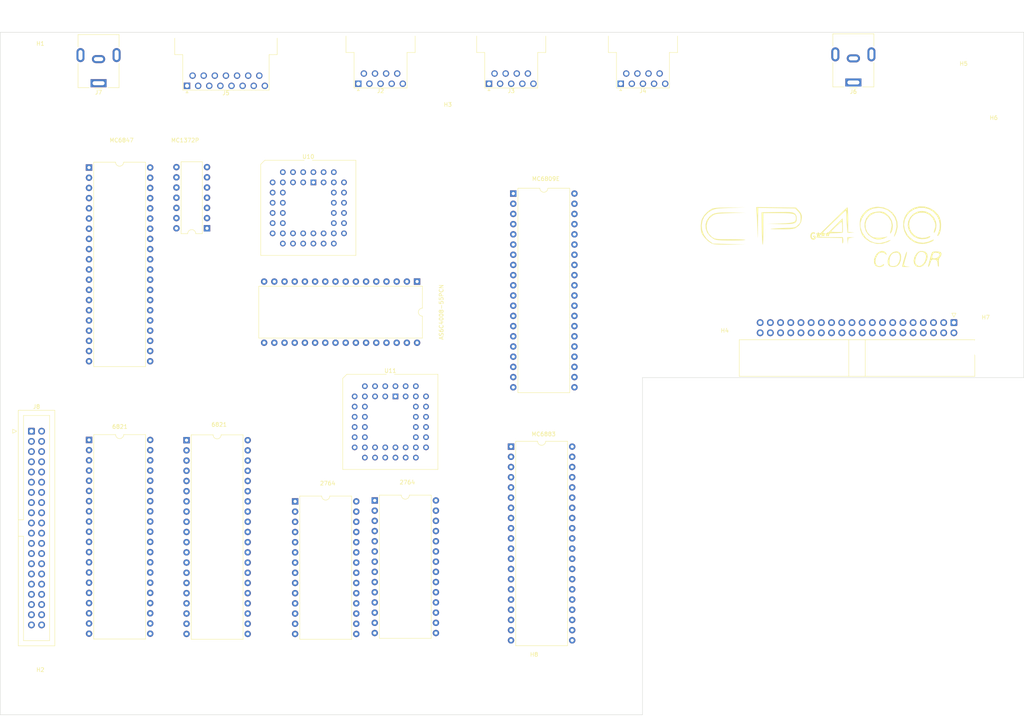
<source format=kicad_pcb>
(kicad_pcb (version 20211014) (generator pcbnew)
  (layers (0 "F.Cu" signal) (31 "B.Cu" signal) (34 "B.Paste" user) (35 "F.Paste" user) (36 "B.SilkS" user "B.Silkscreen") (37 "F.SilkS" user "F.Silkscreen") (38 "B.Mask" user) (39 "F.Mask" user) (44 "Edge.Cuts" user))
  (net 0 "")
  (net 1 "/D0")
  (net 2 "/D1")
  (net 3 "/D2")
  (net 4 "/D3")
  (net 16 "/D4")
  (net 17 "/D5")
  (net 18 "/D6")
  (net 19 "/D7")
  (net 20 "GND")
  (net 21 "/A0")
  (net 22 "/A1")
  (net 23 "/A2")
  (net 24 "/A3")
  (net 28 "/A4")
  (net 29 "/A5")
  (net 30 "/A6")
  (net 31 "/A7")
  (net 32 "/A8")
  (net 33 "/A9")
  (net 34 "/A10")
  (net 35 "/A11")
  (net 36 "/A12")
  (net 37 "/A13")
  (net 38 "/A14")
  (net 39 "/A15")
  (net 40 "+5V")
  (net 41 "NMI")
  (net 42 "IRQ")
  (net 43 "FIRQ")
  (net 44 "BS")
  (net 45 "R{slash}W")
  (net 46 "BA")
  (net 47 "BUSY")
  (net 48 "E")
  (net 50 "/A18")
  (net 51 "/A16")
  (net 57 "Q")
  (net 58 "/PA0")
  (net 59 "/PA1")
  (net 60 "/PA2")
  (net 63 "AVMA")
  (net 69 "/PA3")
  (net 73 "RESET")
  (net 80 "LIC")
  (net 84 "TSC")
  (net 85 "HALT")
  (net 103 "/A17")
  (net 120 "/PA4")
  (net 121 "/PA5")
  (net 122 "/PA6")
  (net 123 "/PA7")
  (net 124 "/PB0")
  (net 125 "/PB1")
  (net 126 "/PB2")
  (net 127 "/PB3")
  (net 128 "/PB4")
  (net 129 "/PB5")
  (net 130 "/PB6")
  (net 131 "/PB7")
  (net 166 "-12V")
  (net 167 "+12V")
  (net 168 "CART")
  (net 169 "CTS")
  (net 170 "SND")
  (net 171 "SCS")
  (net 172 "SLENB")
  (footprint "Connector_IDC:IDC-Header_2x20_P2.54mm_Vertical" (layer "F.Cu") (at 57.582866 150.158383)
    (fp_text reference "J8" (at 1.27 -6.1) (layer "F.SilkS"))
    (fp_text value "Conn_02x22_Odd_Even")
    (pad "1" thru_hole roundrect (at 0 0) (size 1.7 1.7) (drill 1) (layers *.Cu *.Mask) (roundrect_rratio 0.147059))
    (pad "2" thru_hole circle (at 2.54 0) (size 1.7 1.7) (drill 1) (layers *.Cu *.Mask))
    (pad "3" thru_hole circle (at 0 2.54) (size 1.7 1.7) (drill 1) (layers *.Cu *.Mask))
    (pad "4" thru_hole circle (at 2.54 2.54) (size 1.7 1.7) (drill 1) (layers *.Cu *.Mask))
    (pad "5" thru_hole circle (at 0 5.08) (size 1.7 1.7) (drill 1) (layers *.Cu *.Mask))
    (pad "6" thru_hole circle (at 2.54 5.08) (size 1.7 1.7) (drill 1) (layers *.Cu *.Mask))
    (pad "7" thru_hole circle (at 0 7.62) (size 1.7 1.7) (drill 1) (layers *.Cu *.Mask))
    (pad "8" thru_hole circle (at 2.54 7.62) (size 1.7 1.7) (drill 1) (layers *.Cu *.Mask))
    (pad "9" thru_hole circle (at 0 10.16) (size 1.7 1.7) (drill 1) (layers *.Cu *.Mask))
    (pad "10" thru_hole circle (at 2.54 10.16) (size 1.7 1.7) (drill 1) (layers *.Cu *.Mask))
    (pad "11" thru_hole circle (at 0 12.7) (size 1.7 1.7) (drill 1) (layers *.Cu *.Mask))
    (pad "12" thru_hole circle (at 2.54 12.7) (size 1.7 1.7) (drill 1) (layers *.Cu *.Mask))
    (pad "13" thru_hole circle (at 0 15.24) (size 1.7 1.7) (drill 1) (layers *.Cu *.Mask))
    (pad "14" thru_hole circle (at 2.54 15.24) (size 1.7 1.7) (drill 1) (layers *.Cu *.Mask))
    (pad "15" thru_hole circle (at 0 17.78) (size 1.7 1.7) (drill 1) (layers *.Cu *.Mask))
    (pad "16" thru_hole circle (at 2.54 17.78) (size 1.7 1.7) (drill 1) (layers *.Cu *.Mask))
    (pad "17" thru_hole circle (at 0 20.32) (size 1.7 1.7) (drill 1) (layers *.Cu *.Mask))
    (pad "18" thru_hole circle (at 2.54 20.32) (size 1.7 1.7) (drill 1) (layers *.Cu *.Mask))
    (pad "19" thru_hole circle (at 0 22.86) (size 1.7 1.7) (drill 1) (layers *.Cu *.Mask))
    (pad "20" thru_hole circle (at 2.54 22.86) (size 1.7 1.7) (drill 1) (layers *.Cu *.Mask))
    (pad "21" thru_hole circle (at 0 25.4) (size 1.7 1.7) (drill 1) (layers *.Cu *.Mask))
    (pad "22" thru_hole circle (at 2.54 25.4) (size 1.7 1.7) (drill 1) (layers *.Cu *.Mask))
    (pad "23" thru_hole circle (at 0 27.94) (size 1.7 1.7) (drill 1) (layers *.Cu *.Mask))
    (pad "24" thru_hole circle (at 2.54 27.94) (size 1.7 1.7) (drill 1) (layers *.Cu *.Mask))
    (pad "25" thru_hole circle (at 0 30.48) (size 1.7 1.7) (drill 1) (layers *.Cu *.Mask))
    (pad "26" thru_hole circle (at 2.54 30.48) (size 1.7 1.7) (drill 1) (layers *.Cu *.Mask))
    (pad "27" thru_hole circle (at 0 33.02) (size 1.7 1.7) (drill 1) (layers *.Cu *.Mask))
    (pad "28" thru_hole circle (at 2.54 33.02) (size 1.7 1.7) (drill 1) (layers *.Cu *.Mask))
    (pad "29" thru_hole circle (at 0 35.56) (size 1.7 1.7) (drill 1) (layers *.Cu *.Mask))
    (pad "30" thru_hole circle (at 2.54 35.56) (size 1.7 1.7) (drill 1) (layers *.Cu *.Mask))
    (pad "31" thru_hole circle (at 0 38.1) (size 1.7 1.7) (drill 1) (layers *.Cu *.Mask))
    (pad "32" thru_hole circle (at 2.54 38.1) (size 1.7 1.7) (drill 1) (layers *.Cu *.Mask))
    (pad "33" thru_hole circle (at 0 40.64) (size 1.7 1.7) (drill 1) (layers *.Cu *.Mask))
    (pad "34" thru_hole circle (at 2.54 40.64) (size 1.7 1.7) (drill 1) (layers *.Cu *.Mask))
    (pad "35" thru_hole circle (at 0 43.18) (size 1.7 1.7) (drill 1) (layers *.Cu *.Mask))
    (pad "36" thru_hole circle (at 2.54 43.18) (size 1.7 1.7) (drill 1) (layers *.Cu *.Mask))
    (pad "37" thru_hole circle (at 0 45.72) (size 1.7 1.7) (drill 1) (layers *.Cu *.Mask))
    (pad "38" thru_hole circle (at 2.54 45.72) (size 1.7 1.7) (drill 1) (layers *.Cu *.Mask))
    (pad "39" thru_hole circle (at 0 48.26) (size 1.7 1.7) (drill 1) (layers *.Cu *.Mask))
    (pad "40" thru_hole circle (at 2.54 48.26) (size 1.7 1.7) (drill 1) (layers *.Cu *.Mask))
  )
  (footprint "MountingHole:MountingHole_6.5mm" (layer "F.Cu") (at 182.8 213.3)
    (fp_text reference "H8" (at 0 -7.5) (layer "F.SilkS"))
    (fp_text value "MountingHole")
    (pad "" np_thru_hole circle (at 0 0) (size 6.5 6.5) (drill 6.5) (layers *.Cu *.Mask))
  )
  (footprint "Connector_BarrelJack:BarrelJack_CUI_PJ-063AH_Horizontal" (layer "F.Cu") (at 74.299528 63.466707 180)
    (fp_text reference "J7" (at 0 -2.3) (layer "F.SilkS"))
    (fp_text value "Conn_Coaxial")
    (pad "" np_thru_hole circle (at 0 9 180) (size 1.6 1.6) (drill 1.6) (layers *.Cu *.Mask))
    (pad "1" thru_hole rect (at 0 0 180) (size 4 2) (drill oval 3 1) (layers *.Cu *.Mask))
    (pad "2" thru_hole oval (at 0 6 180) (size 3.3 2) (drill oval 2.3 1) (layers *.Cu *.Mask))
    (pad "MP" thru_hole oval (at -4.5 7 180) (size 2 3.5) (drill oval 1 2.5) (layers *.Cu *.Mask))
    (pad "MP" thru_hole oval (at 4.5 7 180) (size 2 3.5) (drill oval 1 2.5) (layers *.Cu *.Mask))
  )
  (footprint "MountingHole:MountingHole_6.5mm" (layer "F.Cu") (at 295.3 129.3)
    (fp_text reference "H7" (at 0 -7.5) (layer "F.SilkS"))
    (fp_text value "MountingHole")
    (pad "" np_thru_hole circle (at 0 0) (size 6.5 6.5) (drill 6.5) (layers *.Cu *.Mask))
  )
  (footprint "Connector_BarrelJack:BarrelJack_CUI_PJ-063AH_Horizontal" (layer "F.Cu") (at 262.339534 63.283432 180)
    (fp_text reference "J6" (at 0 -2.3 180) (layer "F.SilkS"))
    (fp_text value "Conn_Coaxial")
    (pad "" np_thru_hole circle (at 0 9 180) (size 1.6 1.6) (drill 1.6) (layers *.Cu *.Mask))
    (pad "1" thru_hole rect (at 0 0 180) (size 4 2) (drill oval 3 1) (layers *.Cu *.Mask))
    (pad "2" thru_hole oval (at 0 6 180) (size 3.3 2) (drill oval 2.3 1) (layers *.Cu *.Mask))
    (pad "MP" thru_hole oval (at -4.5 7 180) (size 2 3.5) (drill oval 1 2.5) (layers *.Cu *.Mask))
    (pad "MP" thru_hole oval (at 4.5 7 180) (size 2 3.5) (drill oval 1 2.5) (layers *.Cu *.Mask))
  )
  (footprint "Package_DIP:DIP-28_W15.24mm" (layer "F.Cu") (at 143.100561 167.416304)
    (fp_text reference "U5" hide)
    (fp_text value "2764" (at 8.12 -4.523662) (layer "F.SilkS"))
    (pad "1" thru_hole rect (at 0 0) (size 1.6 1.6) (drill 0.8) (layers *.Cu *.Mask))
    (pad "2" thru_hole oval (at 0 2.54) (size 1.6 1.6) (drill 0.8) (layers *.Cu *.Mask) (net 36 "/A12"))
    (pad "3" thru_hole oval (at 0 5.08) (size 1.6 1.6) (drill 0.8) (layers *.Cu *.Mask) (net 31 "/A7"))
    (pad "4" thru_hole oval (at 0 7.62) (size 1.6 1.6) (drill 0.8) (layers *.Cu *.Mask) (net 30 "/A6"))
    (pad "5" thru_hole oval (at 0 10.16) (size 1.6 1.6) (drill 0.8) (layers *.Cu *.Mask) (net 29 "/A5"))
    (pad "6" thru_hole oval (at 0 12.7) (size 1.6 1.6) (drill 0.8) (layers *.Cu *.Mask) (net 28 "/A4"))
    (pad "7" thru_hole oval (at 0 15.24) (size 1.6 1.6) (drill 0.8) (layers *.Cu *.Mask) (net 24 "/A3"))
    (pad "8" thru_hole oval (at 0 17.78) (size 1.6 1.6) (drill 0.8) (layers *.Cu *.Mask) (net 23 "/A2"))
    (pad "9" thru_hole oval (at 0 20.32) (size 1.6 1.6) (drill 0.8) (layers *.Cu *.Mask) (net 22 "/A1"))
    (pad "10" thru_hole oval (at 0 22.86) (size 1.6 1.6) (drill 0.8) (layers *.Cu *.Mask) (net 21 "/A0"))
    (pad "11" thru_hole oval (at 0 25.4) (size 1.6 1.6) (drill 0.8) (layers *.Cu *.Mask) (net 1 "/D0"))
    (pad "12" thru_hole oval (at 0 27.94) (size 1.6 1.6) (drill 0.8) (layers *.Cu *.Mask) (net 2 "/D1"))
    (pad "13" thru_hole oval (at 0 30.48) (size 1.6 1.6) (drill 0.8) (layers *.Cu *.Mask) (net 3 "/D2"))
    (pad "14" thru_hole oval (at 0 33.02) (size 1.6 1.6) (drill 0.8) (layers *.Cu *.Mask))
    (pad "15" thru_hole oval (at 15.24 33.02) (size 1.6 1.6) (drill 0.8) (layers *.Cu *.Mask) (net 4 "/D3"))
    (pad "16" thru_hole oval (at 15.24 30.48) (size 1.6 1.6) (drill 0.8) (layers *.Cu *.Mask) (net 16 "/D4"))
    (pad "17" thru_hole oval (at 15.24 27.94) (size 1.6 1.6) (drill 0.8) (layers *.Cu *.Mask) (net 17 "/D5"))
    (pad "18" thru_hole oval (at 15.24 25.4) (size 1.6 1.6) (drill 0.8) (layers *.Cu *.Mask) (net 18 "/D6"))
    (pad "19" thru_hole oval (at 15.24 22.86) (size 1.6 1.6) (drill 0.8) (layers *.Cu *.Mask) (net 19 "/D7"))
    (pad "20" thru_hole oval (at 15.24 20.32) (size 1.6 1.6) (drill 0.8) (layers *.Cu *.Mask))
    (pad "21" thru_hole oval (at 15.24 17.78) (size 1.6 1.6) (drill 0.8) (layers *.Cu *.Mask) (net 34 "/A10"))
    (pad "22" thru_hole oval (at 15.24 15.24) (size 1.6 1.6) (drill 0.8) (layers *.Cu *.Mask))
    (pad "23" thru_hole oval (at 15.24 12.7) (size 1.6 1.6) (drill 0.8) (layers *.Cu *.Mask) (net 35 "/A11"))
    (pad "24" thru_hole oval (at 15.24 10.16) (size 1.6 1.6) (drill 0.8) (layers *.Cu *.Mask) (net 33 "/A9"))
    (pad "25" thru_hole oval (at 15.24 7.62) (size 1.6 1.6) (drill 0.8) (layers *.Cu *.Mask) (net 32 "/A8"))
    (pad "26" thru_hole oval (at 15.24 5.08) (size 1.6 1.6) (drill 0.8) (layers *.Cu *.Mask))
    (pad "27" thru_hole oval (at 15.24 2.54) (size 1.6 1.6) (drill 0.8) (layers *.Cu *.Mask))
    (pad "28" thru_hole oval (at 15.24 0) (size 1.6 1.6) (drill 0.8) (layers *.Cu *.Mask) (net 40 "+5V"))
  )
  (footprint "MountingHole:MountingHole_3.2mm_M3" (layer "F.Cu") (at 59.8 57.8)
    (fp_text reference "H1" (at 0 -4.2) (layer "F.SilkS"))
    (fp_text value "MountingHole")
    (pad "" np_thru_hole circle (at 0 0) (size 3.2 3.2) (drill 3.2) (layers *.Cu *.Mask))
  )
  (footprint "MountingHole:MountingHole_3.2mm_M3" (layer "F.Cu") (at 289.8 62.8)
    (fp_text reference "H5" (at 0 -4.2) (layer "F.SilkS"))
    (fp_text value "MountingHole")
    (pad "" np_thru_hole circle (at 0 0) (size 3.2 3.2) (drill 3.2) (layers *.Cu *.Mask))
  )
  (footprint "Package_DIP:DIP-32_W15.24mm" (layer "F.Cu") (at 153.648635 112.88074 -90)
    (fp_text reference "U3" hide)
    (fp_text value "AS6C4008-55PCN" (at 7.620077 -6.045682 90) (layer "F.SilkS"))
    (pad "1" thru_hole rect (at 0 0 270) (size 1.6 1.6) (drill 0.8) (layers *.Cu *.Mask) (net 50 "/A18"))
    (pad "2" thru_hole oval (at 0 2.54 270) (size 1.6 1.6) (drill 0.8) (layers *.Cu *.Mask) (net 51 "/A16"))
    (pad "3" thru_hole oval (at 0 5.08 270) (size 1.6 1.6) (drill 0.8) (layers *.Cu *.Mask) (net 38 "/A14"))
    (pad "4" thru_hole oval (at 0 7.62 270) (size 1.6 1.6) (drill 0.8) (layers *.Cu *.Mask) (net 36 "/A12"))
    (pad "5" thru_hole oval (at 0 10.16 270) (size 1.6 1.6) (drill 0.8) (layers *.Cu *.Mask) (net 31 "/A7"))
    (pad "6" thru_hole oval (at 0 12.7 270) (size 1.6 1.6) (drill 0.8) (layers *.Cu *.Mask) (net 30 "/A6"))
    (pad "7" thru_hole oval (at 0 15.24 270) (size 1.6 1.6) (drill 0.8) (layers *.Cu *.Mask) (net 29 "/A5"))
    (pad "8" thru_hole oval (at 0 17.78 270) (size 1.6 1.6) (drill 0.8) (layers *.Cu *.Mask) (net 28 "/A4"))
    (pad "9" thru_hole oval (at 0 20.32 270) (size 1.6 1.6) (drill 0.8) (layers *.Cu *.Mask) (net 24 "/A3"))
    (pad "10" thru_hole oval (at 0 22.86 270) (size 1.6 1.6) (drill 0.8) (layers *.Cu *.Mask) (net 23 "/A2"))
    (pad "11" thru_hole oval (at 0 25.4 270) (size 1.6 1.6) (drill 0.8) (layers *.Cu *.Mask) (net 22 "/A1"))
    (pad "12" thru_hole oval (at 0 27.94 270) (size 1.6 1.6) (drill 0.8) (layers *.Cu *.Mask) (net 21 "/A0"))
    (pad "13" thru_hole oval (at 0 30.48 270) (size 1.6 1.6) (drill 0.8) (layers *.Cu *.Mask) (net 1 "/D0"))
    (pad "14" thru_hole oval (at 0 33.02 270) (size 1.6 1.6) (drill 0.8) (layers *.Cu *.Mask) (net 2 "/D1"))
    (pad "15" thru_hole oval (at 0 35.56 270) (size 1.6 1.6) (drill 0.8) (layers *.Cu *.Mask) (net 3 "/D2"))
    (pad "16" thru_hole oval (at 0 38.1 270) (size 1.6 1.6) (drill 0.8) (layers *.Cu *.Mask) (net 20 "GND"))
    (pad "17" thru_hole oval (at 15.24 38.1 270) (size 1.6 1.6) (drill 0.8) (layers *.Cu *.Mask) (net 4 "/D3"))
    (pad "18" thru_hole oval (at 15.24 35.56 270) (size 1.6 1.6) (drill 0.8) (layers *.Cu *.Mask) (net 16 "/D4"))
    (pad "19" thru_hole oval (at 15.24 33.02 270) (size 1.6 1.6) (drill 0.8) (layers *.Cu *.Mask) (net 17 "/D5"))
    (pad "20" thru_hole oval (at 15.24 30.48 270) (size 1.6 1.6) (drill 0.8) (layers *.Cu *.Mask) (net 18 "/D6"))
    (pad "21" thru_hole oval (at 15.24 27.94 270) (size 1.6 1.6) (drill 0.8) (layers *.Cu *.Mask) (net 19 "/D7"))
    (pad "22" thru_hole oval (at 15.24 25.4 270) (size 1.6 1.6) (drill 0.8) (layers *.Cu *.Mask))
    (pad "23" thru_hole oval (at 15.24 22.86 270) (size 1.6 1.6) (drill 0.8) (layers *.Cu *.Mask) (net 34 "/A10"))
    (pad "24" thru_hole oval (at 15.24 20.32 270) (size 1.6 1.6) (drill 0.8) (layers *.Cu *.Mask))
    (pad "25" thru_hole oval (at 15.24 17.78 270) (size 1.6 1.6) (drill 0.8) (layers *.Cu *.Mask) (net 35 "/A11"))
    (pad "26" thru_hole oval (at 15.24 15.24 270) (size 1.6 1.6) (drill 0.8) (layers *.Cu *.Mask) (net 33 "/A9"))
    (pad "27" thru_hole oval (at 15.24 12.7 270) (size 1.6 1.6) (drill 0.8) (layers *.Cu *.Mask) (net 32 "/A8"))
    (pad "28" thru_hole oval (at 15.24 10.16 270) (size 1.6 1.6) (drill 0.8) (layers *.Cu *.Mask) (net 37 "/A13"))
    (pad "29" thru_hole oval (at 15.24 7.62 270) (size 1.6 1.6) (drill 0.8) (layers *.Cu *.Mask))
    (pad "30" thru_hole oval (at 15.24 5.08 270) (size 1.6 1.6) (drill 0.8) (layers *.Cu *.Mask) (net 103 "/A17"))
    (pad "31" thru_hole oval (at 15.24 2.54 270) (size 1.6 1.6) (drill 0.8) (layers *.Cu *.Mask) (net 39 "/A15"))
    (pad "32" thru_hole oval (at 15.24 0 270) (size 1.6 1.6) (drill 0.8) (layers *.Cu *.Mask) (net 40 "+5V"))
  )
  (footprint "Package_LCC:PLCC-44_THT-Socket" (layer "F.Cu") (at 127.825254 88.172037)
    (fp_text reference "U10" (at -1.27 -6.4) (layer "F.SilkS"))
    (fp_text value "EPM3064ALC44-10")
    (pad "1" thru_hole rect (at 0 0) (size 1.4224 1.4224) (drill 0.8) (layers *.Cu *.Mask))
    (pad "2" thru_hole circle (at -2.54 -2.54) (size 1.4224 1.4224) (drill 0.8) (layers *.Cu *.Mask))
    (pad "3" thru_hole circle (at -2.54 0) (size 1.4224 1.4224) (drill 0.8) (layers *.Cu *.Mask))
    (pad "4" thru_hole circle (at -5.08 -2.54) (size 1.4224 1.4224) (drill 0.8) (layers *.Cu *.Mask))
    (pad "5" thru_hole circle (at -5.08 0) (size 1.4224 1.4224) (drill 0.8) (layers *.Cu *.Mask))
    (pad "6" thru_hole circle (at -7.62 -2.54) (size 1.4224 1.4224) (drill 0.8) (layers *.Cu *.Mask))
    (pad "7" thru_hole circle (at -10.16 0) (size 1.4224 1.4224) (drill 0.8) (layers *.Cu *.Mask))
    (pad "8" thru_hole circle (at -7.62 0) (size 1.4224 1.4224) (drill 0.8) (layers *.Cu *.Mask))
    (pad "9" thru_hole circle (at -10.16 2.54) (size 1.4224 1.4224) (drill 0.8) (layers *.Cu *.Mask))
    (pad "10" thru_hole circle (at -7.62 2.54) (size 1.4224 1.4224) (drill 0.8) (layers *.Cu *.Mask))
    (pad "11" thru_hole circle (at -10.16 5.08) (size 1.4224 1.4224) (drill 0.8) (layers *.Cu *.Mask))
    (pad "12" thru_hole circle (at -7.62 5.08) (size 1.4224 1.4224) (drill 0.8) (layers *.Cu *.Mask))
    (pad "13" thru_hole circle (at -10.16 7.62) (size 1.4224 1.4224) (drill 0.8) (layers *.Cu *.Mask))
    (pad "14" thru_hole circle (at -7.62 7.62) (size 1.4224 1.4224) (drill 0.8) (layers *.Cu *.Mask))
    (pad "15" thru_hole circle (at -10.16 10.16) (size 1.4224 1.4224) (drill 0.8) (layers *.Cu *.Mask))
    (pad "16" thru_hole circle (at -7.62 10.16) (size 1.4224 1.4224) (drill 0.8) (layers *.Cu *.Mask))
    (pad "17" thru_hole circle (at -10.16 12.7) (size 1.4224 1.4224) (drill 0.8) (layers *.Cu *.Mask))
    (pad "18" thru_hole circle (at -7.62 15.24) (size 1.4224 1.4224) (drill 0.8) (layers *.Cu *.Mask))
    (pad "19" thru_hole circle (at -7.62 12.7) (size 1.4224 1.4224) (drill 0.8) (layers *.Cu *.Mask))
    (pad "20" thru_hole circle (at -5.08 15.24) (size 1.4224 1.4224) (drill 0.8) (layers *.Cu *.Mask))
    (pad "21" thru_hole circle (at -5.08 12.7) (size 1.4224 1.4224) (drill 0.8) (layers *.Cu *.Mask))
    (pad "22" thru_hole circle (at -2.54 15.24) (size 1.4224 1.4224) (drill 0.8) (layers *.Cu *.Mask))
    (pad "23" thru_hole circle (at -2.54 12.7) (size 1.4224 1.4224) (drill 0.8) (layers *.Cu *.Mask))
    (pad "24" thru_hole circle (at 0 15.24) (size 1.4224 1.4224) (drill 0.8) (layers *.Cu *.Mask))
    (pad "25" thru_hole circle (at 0 12.7) (size 1.4224 1.4224) (drill 0.8) (layers *.Cu *.Mask))
    (pad "26" thru_hole circle (at 2.54 15.24) (size 1.4224 1.4224) (drill 0.8) (layers *.Cu *.Mask))
    (pad "27" thru_hole circle (at 2.54 12.7) (size 1.4224 1.4224) (drill 0.8) (layers *.Cu *.Mask))
    (pad "28" thru_hole circle (at 5.08 15.24) (size 1.4224 1.4224) (drill 0.8) (layers *.Cu *.Mask))
    (pad "29" thru_hole circle (at 7.62 12.7) (size 1.4224 1.4224) (drill 0.8) (layers *.Cu *.Mask))
    (pad "30" thru_hole circle (at 5.08 12.7) (size 1.4224 1.4224) (drill 0.8) (layers *.Cu *.Mask))
    (pad "31" thru_hole circle (at 7.62 10.16) (size 1.4224 1.4224) (drill 0.8) (layers *.Cu *.Mask))
    (pad "32" thru_hole circle (at 5.08 10.16) (size 1.4224 1.4224) (drill 0.8) (layers *.Cu *.Mask))
    (pad "33" thru_hole circle (at 7.62 7.62) (size 1.4224 1.4224) (drill 0.8) (layers *.Cu *.Mask))
    (pad "34" thru_hole circle (at 5.08 7.62) (size 1.4224 1.4224) (drill 0.8) (layers *.Cu *.Mask))
    (pad "35" thru_hole circle (at 7.62 5.08) (size 1.4224 1.4224) (drill 0.8) (layers *.Cu *.Mask))
    (pad "36" thru_hole circle (at 5.08 5.08) (size 1.4224 1.4224) (drill 0.8) (layers *.Cu *.Mask))
    (pad "37" thru_hole circle (at 7.62 2.54) (size 1.4224 1.4224) (drill 0.8) (layers *.Cu *.Mask))
    (pad "38" thru_hole circle (at 5.08 2.54) (size 1.4224 1.4224) (drill 0.8) (layers *.Cu *.Mask))
    (pad "39" thru_hole circle (at 7.62 0) (size 1.4224 1.4224) (drill 0.8) (layers *.Cu *.Mask))
    (pad "40" thru_hole circle (at 5.08 -2.54) (size 1.4224 1.4224) (drill 0.8) (layers *.Cu *.Mask))
    (pad "41" thru_hole circle (at 5.08 0) (size 1.4224 1.4224) (drill 0.8) (layers *.Cu *.Mask))
    (pad "42" thru_hole circle (at 2.54 -2.54) (size 1.4224 1.4224) (drill 0.8) (layers *.Cu *.Mask))
    (pad "43" thru_hole circle (at 2.54 0) (size 1.4224 1.4224) (drill 0.8) (layers *.Cu *.Mask))
    (pad "44" thru_hole circle (at 0 -2.54) (size 1.4224 1.4224) (drill 0.8) (layers *.Cu *.Mask))
  )
  (footprint "Package_DIP:DIP-40_W15.24mm" (layer "F.Cu") (at 96.217014 152.4)
    (fp_text reference "U7" hide)
    (fp_text value "6821" (at 8.12 -3.879779) (layer "F.SilkS"))
    (pad "1" thru_hole rect (at 0 0) (size 1.6 1.6) (drill 0.8) (layers *.Cu *.Mask) (net 20 "GND"))
    (pad "2" thru_hole oval (at 0 2.54) (size 1.6 1.6) (drill 0.8) (layers *.Cu *.Mask) (net 58 "/PA0"))
    (pad "3" thru_hole oval (at 0 5.08) (size 1.6 1.6) (drill 0.8) (layers *.Cu *.Mask) (net 59 "/PA1"))
    (pad "4" thru_hole oval (at 0 7.62) (size 1.6 1.6) (drill 0.8) (layers *.Cu *.Mask) (net 60 "/PA2"))
    (pad "5" thru_hole oval (at 0 10.16) (size 1.6 1.6) (drill 0.8) (layers *.Cu *.Mask) (net 69 "/PA3"))
    (pad "6" thru_hole oval (at 0 12.7) (size 1.6 1.6) (drill 0.8) (layers *.Cu *.Mask) (net 120 "/PA4"))
    (pad "7" thru_hole oval (at 0 15.24) (size 1.6 1.6) (drill 0.8) (layers *.Cu *.Mask) (net 121 "/PA5"))
    (pad "8" thru_hole oval (at 0 17.78) (size 1.6 1.6) (drill 0.8) (layers *.Cu *.Mask) (net 122 "/PA6"))
    (pad "9" thru_hole oval (at 0 20.32) (size 1.6 1.6) (drill 0.8) (layers *.Cu *.Mask) (net 123 "/PA7"))
    (pad "10" thru_hole oval (at 0 22.86) (size 1.6 1.6) (drill 0.8) (layers *.Cu *.Mask) (net 124 "/PB0"))
    (pad "11" thru_hole oval (at 0 25.4) (size 1.6 1.6) (drill 0.8) (layers *.Cu *.Mask) (net 125 "/PB1"))
    (pad "12" thru_hole oval (at 0 27.94) (size 1.6 1.6) (drill 0.8) (layers *.Cu *.Mask) (net 126 "/PB2"))
    (pad "13" thru_hole oval (at 0 30.48) (size 1.6 1.6) (drill 0.8) (layers *.Cu *.Mask) (net 127 "/PB3"))
    (pad "14" thru_hole oval (at 0 33.02) (size 1.6 1.6) (drill 0.8) (layers *.Cu *.Mask) (net 128 "/PB4"))
    (pad "15" thru_hole oval (at 0 35.56) (size 1.6 1.6) (drill 0.8) (layers *.Cu *.Mask) (net 129 "/PB5"))
    (pad "16" thru_hole oval (at 0 38.1) (size 1.6 1.6) (drill 0.8) (layers *.Cu *.Mask) (net 130 "/PB6"))
    (pad "17" thru_hole oval (at 0 40.64) (size 1.6 1.6) (drill 0.8) (layers *.Cu *.Mask) (net 131 "/PB7"))
    (pad "18" thru_hole oval (at 0 43.18) (size 1.6 1.6) (drill 0.8) (layers *.Cu *.Mask))
    (pad "19" thru_hole oval (at 0 45.72) (size 1.6 1.6) (drill 0.8) (layers *.Cu *.Mask))
    (pad "20" thru_hole oval (at 0 48.26) (size 1.6 1.6) (drill 0.8) (layers *.Cu *.Mask) (net 40 "+5V"))
    (pad "21" thru_hole oval (at 15.24 48.26) (size 1.6 1.6) (drill 0.8) (layers *.Cu *.Mask))
    (pad "22" thru_hole oval (at 15.24 45.72) (size 1.6 1.6) (drill 0.8) (layers *.Cu *.Mask))
    (pad "23" thru_hole oval (at 15.24 43.18) (size 1.6 1.6) (drill 0.8) (layers *.Cu *.Mask))
    (pad "24" thru_hole oval (at 15.24 40.64) (size 1.6 1.6) (drill 0.8) (layers *.Cu *.Mask))
    (pad "25" thru_hole oval (at 15.24 38.1) (size 1.6 1.6) (drill 0.8) (layers *.Cu *.Mask))
    (pad "26" thru_hole oval (at 15.24 35.56) (size 1.6 1.6) (drill 0.8) (layers *.Cu *.Mask) (net 19 "/D7"))
    (pad "27" thru_hole oval (at 15.24 33.02) (size 1.6 1.6) (drill 0.8) (layers *.Cu *.Mask) (net 18 "/D6"))
    (pad "28" thru_hole oval (at 15.24 30.48) (size 1.6 1.6) (drill 0.8) (layers *.Cu *.Mask) (net 17 "/D5"))
    (pad "29" thru_hole oval (at 15.24 27.94) (size 1.6 1.6) (drill 0.8) (layers *.Cu *.Mask) (net 16 "/D4"))
    (pad "30" thru_hole oval (at 15.24 25.4) (size 1.6 1.6) (drill 0.8) (layers *.Cu *.Mask) (net 4 "/D3"))
    (pad "31" thru_hole oval (at 15.24 22.86) (size 1.6 1.6) (drill 0.8) (layers *.Cu *.Mask) (net 3 "/D2"))
    (pad "32" thru_hole oval (at 15.24 20.32) (size 1.6 1.6) (drill 0.8) (layers *.Cu *.Mask) (net 2 "/D1"))
    (pad "33" thru_hole oval (at 15.24 17.78) (size 1.6 1.6) (drill 0.8) (layers *.Cu *.Mask) (net 1 "/D0"))
    (pad "34" thru_hole oval (at 15.24 15.24) (size 1.6 1.6) (drill 0.8) (layers *.Cu *.Mask))
    (pad "35" thru_hole oval (at 15.24 12.7) (size 1.6 1.6) (drill 0.8) (layers *.Cu *.Mask))
    (pad "36" thru_hole oval (at 15.24 10.16) (size 1.6 1.6) (drill 0.8) (layers *.Cu *.Mask))
    (pad "37" thru_hole oval (at 15.24 7.62) (size 1.6 1.6) (drill 0.8) (layers *.Cu *.Mask))
    (pad "38" thru_hole oval (at 15.24 5.08) (size 1.6 1.6) (drill 0.8) (layers *.Cu *.Mask))
    (pad "39" thru_hole oval (at 15.24 2.54) (size 1.6 1.6) (drill 0.8) (layers *.Cu *.Mask))
    (pad "40" thru_hole oval (at 15.24 0) (size 1.6 1.6) (drill 0.8) (layers *.Cu *.Mask))
  )
  (footprint "Package_DIP:DIP-14_W7.62mm" (layer "F.Cu") (at 101.322333 99.613956 180)
    (fp_text reference "U6" hide)
    (fp_text value "MC1372P" (at 5.451192 21.927719) (layer "F.SilkS"))
    (pad "1" thru_hole rect (at 0 0 180) (size 1.6 1.6) (drill 0.8) (layers *.Cu *.Mask))
    (pad "2" thru_hole oval (at 0 2.54 180) (size 1.6 1.6) (drill 0.8) (layers *.Cu *.Mask))
    (pad "3" thru_hole oval (at 0 5.08 180) (size 1.6 1.6) (drill 0.8) (layers *.Cu *.Mask))
    (pad "4" thru_hole oval (at 0 7.62 180) (size 1.6 1.6) (drill 0.8) (layers *.Cu *.Mask) (net 20 "GND"))
    (pad "5" thru_hole oval (at 0 10.16 180) (size 1.6 1.6) (drill 0.8) (layers *.Cu *.Mask))
    (pad "6" thru_hole oval (at 0 12.7 180) (size 1.6 1.6) (drill 0.8) (layers *.Cu *.Mask))
    (pad "7" thru_hole oval (at 0 15.24 180) (size 1.6 1.6) (drill 0.8) (layers *.Cu *.Mask))
    (pad "8" thru_hole oval (at 7.62 15.24 180) (size 1.6 1.6) (drill 0.8) (layers *.Cu *.Mask))
    (pad "9" thru_hole oval (at 7.62 12.7 180) (size 1.6 1.6) (drill 0.8) (layers *.Cu *.Mask))
    (pad "10" thru_hole oval (at 7.62 10.16 180) (size 1.6 1.6) (drill 0.8) (layers *.Cu *.Mask))
    (pad "11" thru_hole oval (at 7.62 7.62 180) (size 1.6 1.6) (drill 0.8) (layers *.Cu *.Mask) (net 40 "+5V"))
    (pad "12" thru_hole oval (at 7.62 5.08 180) (size 1.6 1.6) (drill 0.8) (layers *.Cu *.Mask))
    (pad "13" thru_hole oval (at 7.62 2.54 180) (size 1.6 1.6) (drill 0.8) (layers *.Cu *.Mask))
    (pad "14" thru_hole oval (at 7.62 0 180) (size 1.6 1.6) (drill 0.8) (layers *.Cu *.Mask))
  )
  (footprint "Package_DIP:DIP-40_W15.24mm" (layer "F.Cu") (at 177.61422 90.958733)
    (fp_text reference "U2" hide)
    (fp_text value "MC6809E" (at 8.12 -3.67558) (layer "F.SilkS"))
    (pad "1" thru_hole rect (at 0 0) (size 1.6 1.6) (drill 0.8) (layers *.Cu *.Mask) (net 20 "GND"))
    (pad "2" thru_hole oval (at 0 2.54) (size 1.6 1.6) (drill 0.8) (layers *.Cu *.Mask) (net 41 "NMI"))
    (pad "3" thru_hole oval (at 0 5.08) (size 1.6 1.6) (drill 0.8) (layers *.Cu *.Mask) (net 42 "IRQ"))
    (pad "4" thru_hole oval (at 0 7.62) (size 1.6 1.6) (drill 0.8) (layers *.Cu *.Mask) (net 43 "FIRQ"))
    (pad "5" thru_hole oval (at 0 10.16) (size 1.6 1.6) (drill 0.8) (layers *.Cu *.Mask) (net 44 "BS"))
    (pad "6" thru_hole oval (at 0 12.7) (size 1.6 1.6) (drill 0.8) (layers *.Cu *.Mask) (net 46 "BA"))
    (pad "7" thru_hole oval (at 0 15.24) (size 1.6 1.6) (drill 0.8) (layers *.Cu *.Mask) (net 40 "+5V"))
    (pad "8" thru_hole oval (at 0 17.78) (size 1.6 1.6) (drill 0.8) (layers *.Cu *.Mask) (net 21 "/A0"))
    (pad "9" thru_hole oval (at 0 20.32) (size 1.6 1.6) (drill 0.8) (layers *.Cu *.Mask) (net 22 "/A1"))
    (pad "10" thru_hole oval (at 0 22.86) (size 1.6 1.6) (drill 0.8) (layers *.Cu *.Mask) (net 23 "/A2"))
    (pad "11" thru_hole oval (at 0 25.4) (size 1.6 1.6) (drill 0.8) (layers *.Cu *.Mask) (net 24 "/A3"))
    (pad "12" thru_hole oval (at 0 27.94) (size 1.6 1.6) (drill 0.8) (layers *.Cu *.Mask) (net 28 "/A4"))
    (pad "13" thru_hole oval (at 0 30.48) (size 1.6 1.6) (drill 0.8) (layers *.Cu *.Mask) (net 29 "/A5"))
    (pad "14" thru_hole oval (at 0 33.02) (size 1.6 1.6) (drill 0.8) (layers *.Cu *.Mask) (net 30 "/A6"))
    (pad "15" thru_hole oval (at 0 35.56) (size 1.6 1.6) (drill 0.8) (layers *.Cu *.Mask) (net 31 "/A7"))
    (pad "16" thru_hole oval (at 0 38.1) (size 1.6 1.6) (drill 0.8) (layers *.Cu *.Mask) (net 32 "/A8"))
    (pad "17" thru_hole oval (at 0 40.64) (size 1.6 1.6) (drill 0.8) (layers *.Cu *.Mask) (net 33 "/A9"))
    (pad "18" thru_hole oval (at 0 43.18) (size 1.6 1.6) (drill 0.8) (layers *.Cu *.Mask) (net 34 "/A10"))
    (pad "19" thru_hole oval (at 0 45.72) (size 1.6 1.6) (drill 0.8) (layers *.Cu *.Mask) (net 35 "/A11"))
    (pad "20" thru_hole oval (at 0 48.26) (size 1.6 1.6) (drill 0.8) (layers *.Cu *.Mask) (net 36 "/A12"))
    (pad "21" thru_hole oval (at 15.24 48.26) (size 1.6 1.6) (drill 0.8) (layers *.Cu *.Mask) (net 37 "/A13"))
    (pad "22" thru_hole oval (at 15.24 45.72) (size 1.6 1.6) (drill 0.8) (layers *.Cu *.Mask) (net 38 "/A14"))
    (pad "23" thru_hole oval (at 15.24 43.18) (size 1.6 1.6) (drill 0.8) (layers *.Cu *.Mask) (net 39 "/A15"))
    (pad "24" thru_hole oval (at 15.24 40.64) (size 1.6 1.6) (drill 0.8) (layers *.Cu *.Mask) (net 19 "/D7"))
    (pad "25" thru_hole oval (at 15.24 38.1) (size 1.6 1.6) (drill 0.8) (layers *.Cu *.Mask) (net 18 "/D6"))
    (pad "26" thru_hole oval (at 15.24 35.56) (size 1.6 1.6) (drill 0.8) (layers *.Cu *.Mask) (net 17 "/D5"))
    (pad "27" thru_hole oval (at 15.24 33.02) (size 1.6 1.6) (drill 0.8) (layers *.Cu *.Mask) (net 16 "/D4"))
    (pad "28" thru_hole oval (at 15.24 30.48) (size 1.6 1.6) (drill 0.8) (layers *.Cu *.Mask) (net 4 "/D3"))
    (pad "29" thru_hole oval (at 15.24 27.94) (size 1.6 1.6) (drill 0.8) (layers *.Cu *.Mask) (net 3 "/D2"))
    (pad "30" thru_hole oval (at 15.24 25.4) (size 1.6 1.6) (drill 0.8) (layers *.Cu *.Mask) (net 2 "/D1"))
    (pad "31" thru_hole oval (at 15.24 22.86) (size 1.6 1.6) (drill 0.8) (layers *.Cu *.Mask) (net 1 "/D0"))
    (pad "32" thru_hole oval (at 15.24 20.32) (size 1.6 1.6) (drill 0.8) (layers *.Cu *.Mask) (net 45 "R{slash}W"))
    (pad "33" thru_hole oval (at 15.24 17.78) (size 1.6 1.6) (drill 0.8) (layers *.Cu *.Mask) (net 47 "BUSY"))
    (pad "34" thru_hole oval (at 15.24 15.24) (size 1.6 1.6) (drill 0.8) (layers *.Cu *.Mask) (net 48 "E"))
    (pad "35" thru_hole oval (at 15.24 12.7) (size 1.6 1.6) (drill 0.8) (layers *.Cu *.Mask) (net 57 "Q"))
    (pad "36" thru_hole oval (at 15.24 10.16) (size 1.6 1.6) (drill 0.8) (layers *.Cu *.Mask) (net 63 "AVMA"))
    (pad "37" thru_hole oval (at 15.24 7.62) (size 1.6 1.6) (drill 0.8) (layers *.Cu *.Mask) (net 73 "RESET"))
    (pad "38" thru_hole oval (at 15.24 5.08) (size 1.6 1.6) (drill 0.8) (layers *.Cu *.Mask) (net 80 "LIC"))
    (pad "39" thru_hole oval (at 15.24 2.54) (size 1.6 1.6) (drill 0.8) (layers *.Cu *.Mask) (net 84 "TSC"))
    (pad "40" thru_hole oval (at 15.24 0) (size 1.6 1.6) (drill 0.8) (layers *.Cu *.Mask) (net 85 "HALT"))
  )
  (footprint "Graphics:cp400_LABEL" (layer "F.Cu") (at 254 101.6)
    (fp_text reference "G***" (at 0 0) (layer "F.SilkS") (effects (font (size 1.524 1.524) (thickness 0.3))))
    (fp_text value "LOGO" hide)
  )
  (footprint "Package_DIP:DIP-40_W15.24mm" (layer "F.Cu") (at 71.933362 152.337178)
    (fp_text reference "U9" hide)
    (fp_text value "6821" (at 7.678908 -3.303894) (layer "F.SilkS"))
    (pad "1" thru_hole rect (at 0 0) (size 1.6 1.6) (drill 0.8) (layers *.Cu *.Mask) (net 20 "GND"))
    (pad "2" thru_hole oval (at 0 2.54) (size 1.6 1.6) (drill 0.8) (layers *.Cu *.Mask) (net 58 "/PA0"))
    (pad "3" thru_hole oval (at 0 5.08) (size 1.6 1.6) (drill 0.8) (layers *.Cu *.Mask) (net 59 "/PA1"))
    (pad "4" thru_hole oval (at 0 7.62) (size 1.6 1.6) (drill 0.8) (layers *.Cu *.Mask) (net 60 "/PA2"))
    (pad "5" thru_hole oval (at 0 10.16) (size 1.6 1.6) (drill 0.8) (layers *.Cu *.Mask) (net 69 "/PA3"))
    (pad "6" thru_hole oval (at 0 12.7) (size 1.6 1.6) (drill 0.8) (layers *.Cu *.Mask) (net 120 "/PA4"))
    (pad "7" thru_hole oval (at 0 15.24) (size 1.6 1.6) (drill 0.8) (layers *.Cu *.Mask) (net 121 "/PA5"))
    (pad "8" thru_hole oval (at 0 17.78) (size 1.6 1.6) (drill 0.8) (layers *.Cu *.Mask) (net 122 "/PA6"))
    (pad "9" thru_hole oval (at 0 20.32) (size 1.6 1.6) (drill 0.8) (layers *.Cu *.Mask) (net 123 "/PA7"))
    (pad "10" thru_hole oval (at 0 22.86) (size 1.6 1.6) (drill 0.8) (layers *.Cu *.Mask) (net 124 "/PB0"))
    (pad "11" thru_hole oval (at 0 25.4) (size 1.6 1.6) (drill 0.8) (layers *.Cu *.Mask) (net 125 "/PB1"))
    (pad "12" thru_hole oval (at 0 27.94) (size 1.6 1.6) (drill 0.8) (layers *.Cu *.Mask) (net 126 "/PB2"))
    (pad "13" thru_hole oval (at 0 30.48) (size 1.6 1.6) (drill 0.8) (layers *.Cu *.Mask) (net 127 "/PB3"))
    (pad "14" thru_hole oval (at 0 33.02) (size 1.6 1.6) (drill 0.8) (layers *.Cu *.Mask) (net 128 "/PB4"))
    (pad "15" thru_hole oval (at 0 35.56) (size 1.6 1.6) (drill 0.8) (layers *.Cu *.Mask) (net 129 "/PB5"))
    (pad "16" thru_hole oval (at 0 38.1) (size 1.6 1.6) (drill 0.8) (layers *.Cu *.Mask) (net 130 "/PB6"))
    (pad "17" thru_hole oval (at 0 40.64) (size 1.6 1.6) (drill 0.8) (layers *.Cu *.Mask) (net 131 "/PB7"))
    (pad "18" thru_hole oval (at 0 43.18) (size 1.6 1.6) (drill 0.8) (layers *.Cu *.Mask))
    (pad "19" thru_hole oval (at 0 45.72) (size 1.6 1.6) (drill 0.8) (layers *.Cu *.Mask))
    (pad "20" thru_hole oval (at 0 48.26) (size 1.6 1.6) (drill 0.8) (layers *.Cu *.Mask) (net 40 "+5V"))
    (pad "21" thru_hole oval (at 15.24 48.26) (size 1.6 1.6) (drill 0.8) (layers *.Cu *.Mask))
    (pad "22" thru_hole oval (at 15.24 45.72) (size 1.6 1.6) (drill 0.8) (layers *.Cu *.Mask))
    (pad "23" thru_hole oval (at 15.24 43.18) (size 1.6 1.6) (drill 0.8) (layers *.Cu *.Mask))
    (pad "24" thru_hole oval (at 15.24 40.64) (size 1.6 1.6) (drill 0.8) (layers *.Cu *.Mask))
    (pad "25" thru_hole oval (at 15.24 38.1) (size 1.6 1.6) (drill 0.8) (layers *.Cu *.Mask))
    (pad "26" thru_hole oval (at 15.24 35.56) (size 1.6 1.6) (drill 0.8) (layers *.Cu *.Mask) (net 19 "/D7"))
    (pad "27" thru_hole oval (at 15.24 33.02) (size 1.6 1.6) (drill 0.8) (layers *.Cu *.Mask) (net 18 "/D6"))
    (pad "28" thru_hole oval (at 15.24 30.48) (size 1.6 1.6) (drill 0.8) (layers *.Cu *.Mask) (net 17 "/D5"))
    (pad "29" thru_hole oval (at 15.24 27.94) (size 1.6 1.6) (drill 0.8) (layers *.Cu *.Mask) (net 16 "/D4"))
    (pad "30" thru_hole oval (at 15.24 25.4) (size 1.6 1.6) (drill 0.8) (layers *.Cu *.Mask) (net 4 "/D3"))
    (pad "31" thru_hole oval (at 15.24 22.86) (size 1.6 1.6) (drill 0.8) (layers *.Cu *.Mask) (net 3 "/D2"))
    (pad "32" thru_hole oval (at 15.24 20.32) (size 1.6 1.6) (drill 0.8) (layers *.Cu *.Mask) (net 2 "/D1"))
    (pad "33" thru_hole oval (at 15.24 17.78) (size 1.6 1.6) (drill 0.8) (layers *.Cu *.Mask) (net 1 "/D0"))
    (pad "34" thru_hole oval (at 15.24 15.24) (size 1.6 1.6) (drill 0.8) (layers *.Cu *.Mask))
    (pad "35" thru_hole oval (at 15.24 12.7) (size 1.6 1.6) (drill 0.8) (layers *.Cu *.Mask))
    (pad "36" thru_hole oval (at 15.24 10.16) (size 1.6 1.6) (drill 0.8) (layers *.Cu *.Mask))
    (pad "37" thru_hole oval (at 15.24 7.62) (size 1.6 1.6) (drill 0.8) (layers *.Cu *.Mask))
    (pad "38" thru_hole oval (at 15.24 5.08) (size 1.6 1.6) (drill 0.8) (layers *.Cu *.Mask))
    (pad "39" thru_hole oval (at 15.24 2.54) (size 1.6 1.6) (drill 0.8) (layers *.Cu *.Mask))
    (pad "40" thru_hole oval (at 15.24 0) (size 1.6 1.6) (drill 0.8) (layers *.Cu *.Mask))
  )
  (footprint "Connector_IDC:IDC-Header_2x20_P2.54mm_Horizontal" (layer "F.Cu") (at 287.378838 123.108292 -90)
    (fp_text reference "J1" (at 6.215 -6.1 90) (layer "F.SilkS"))
    (fp_text value "Conn_02x20_Odd_Even")
    (pad "1" thru_hole roundrect (at 0 0 270) (size 1.7 1.7) (drill 1) (layers *.Cu *.Mask) (roundrect_rratio 0.147059) (net 166 "-12V"))
    (pad "2" thru_hole circle (at 2.54 0 270) (size 1.7 1.7) (drill 1) (layers *.Cu *.Mask) (net 167 "+12V"))
    (pad "3" thru_hole circle (at 0 2.54 270) (size 1.7 1.7) (drill 1) (layers *.Cu *.Mask) (net 85 "HALT"))
    (pad "4" thru_hole circle (at 2.54 2.54 270) (size 1.7 1.7) (drill 1) (layers *.Cu *.Mask) (net 41 "NMI"))
    (pad "5" thru_hole circle (at 0 5.08 270) (size 1.7 1.7) (drill 1) (layers *.Cu *.Mask) (net 73 "RESET"))
    (pad "6" thru_hole circle (at 2.54 5.08 270) (size 1.7 1.7) (drill 1) (layers *.Cu *.Mask) (net 48 "E"))
    (pad "7" thru_hole circle (at 0 7.62 270) (size 1.7 1.7) (drill 1) (layers *.Cu *.Mask) (net 57 "Q"))
    (pad "8" thru_hole circle (at 2.54 7.62 270) (size 1.7 1.7) (drill 1) (layers *.Cu *.Mask) (net 168 "CART"))
    (pad "9" thru_hole circle (at 0 10.16 270) (size 1.7 1.7) (drill 1) (layers *.Cu *.Mask) (net 40 "+5V"))
    (pad "10" thru_hole circle (at 2.54 10.16 270) (size 1.7 1.7) (drill 1) (layers *.Cu *.Mask) (net 1 "/D0"))
    (pad "11" thru_hole circle (at 0 12.7 270) (size 1.7 1.7) (drill 1) (layers *.Cu *.Mask) (net 2 "/D1"))
    (pad "12" thru_hole circle (at 2.54 12.7 270) (size 1.7 1.7) (drill 1) (layers *.Cu *.Mask) (net 3 "/D2"))
    (pad "13" thru_hole circle (at 0 15.24 270) (size 1.7 1.7) (drill 1) (layers *.Cu *.Mask) (net 4 "/D3"))
    (pad "14" thru_hole circle (at 2.54 15.24 270) (size 1.7 1.7) (drill 1) (layers *.Cu *.Mask) (net 16 "/D4"))
    (pad "15" thru_hole circle (at 0 17.78 270) (size 1.7 1.7) (drill 1) (layers *.Cu *.Mask) (net 17 "/D5"))
    (pad "16" thru_hole circle (at 2.54 17.78 270) (size 1.7 1.7) (drill 1) (layers *.Cu *.Mask) (net 18 "/D6"))
    (pad "17" thru_hole circle (at 0 20.32 270) (size 1.7 1.7) (drill 1) (layers *.Cu *.Mask) (net 19 "/D7"))
    (pad "18" thru_hole circle (at 2.54 20.32 270) (size 1.7 1.7) (drill 1) (layers *.Cu *.Mask) (net 45 "R{slash}W"))
    (pad "19" thru_hole circle (at 0 22.86 270) (size 1.7 1.7) (drill 1) (layers *.Cu *.Mask) (net 21 "/A0"))
    (pad "20" thru_hole circle (at 2.54 22.86 270) (size 1.7 1.7) (drill 1) (layers *.Cu *.Mask) (net 22 "/A1"))
    (pad "21" thru_hole circle (at 0 25.4 270) (size 1.7 1.7) (drill 1) (layers *.Cu *.Mask) (net 23 "/A2"))
    (pad "22" thru_hole circle (at 2.54 25.4 270) (size 1.7 1.7) (drill 1) (layers *.Cu *.Mask) (net 24 "/A3"))
    (pad "23" thru_hole circle (at 0 27.94 270) (size 1.7 1.7) (drill 1) (layers *.Cu *.Mask) (net 28 "/A4"))
    (pad "24" thru_hole circle (at 2.54 27.94 270) (size 1.7 1.7) (drill 1) (layers *.Cu *.Mask) (net 29 "/A5"))
    (pad "25" thru_hole circle (at 0 30.48 270) (size 1.7 1.7) (drill 1) (layers *.Cu *.Mask) (net 30 "/A6"))
    (pad "26" thru_hole circle (at 2.54 30.48 270) (size 1.7 1.7) (drill 1) (layers *.Cu *.Mask) (net 31 "/A7"))
    (pad "27" thru_hole circle (at 0 33.02 270) (size 1.7 1.7) (drill 1) (layers *.Cu *.Mask) (net 32 "/A8"))
    (pad "28" thru_hole circle (at 2.54 33.02 270) (size 1.7 1.7) (drill 1) (layers *.Cu *.Mask) (net 33 "/A9"))
    (pad "29" thru_hole circle (at 0 35.56 270) (size 1.7 1.7) (drill 1) (layers *.Cu *.Mask) (net 34 "/A10"))
    (pad "30" thru_hole circle (at 2.54 35.56 270) (size 1.7 1.7) (drill 1) (layers *.Cu *.Mask) (net 35 "/A11"))
    (pad "31" thru_hole circle (at 0 38.1 270) (size 1.7 1.7) (drill 1) (layers *.Cu *.Mask) (net 36 "/A12"))
    (pad "32" thru_hole circle (at 2.54 38.1 270) (size 1.7 1.7) (drill 1) (layers *.Cu *.Mask) (net 169 "CTS"))
    (pad "33" thru_hole circle (at 0 40.64 270) (size 1.7 1.7) (drill 1) (layers *.Cu *.Mask) (net 20 "GND"))
    (pad "34" thru_hole circle (at 2.54 40.64 270) (size 1.7 1.7) (drill 1) (layers *.Cu *.Mask) (net 20 "GND"))
    (pad "35" thru_hole circle (at 0 43.18 270) (size 1.7 1.7) (drill 1) (layers *.Cu *.Mask) (net 170 "SND"))
    (pad "36" thru_hole circle (at 2.54 43.18 270) (size 1.7 1.7) (drill 1) (layers *.Cu *.Mask) (net 171 "SCS"))
    (pad "37" thru_hole circle (at 0 45.72 270) (size 1.7 1.7) (drill 1) (layers *.Cu *.Mask) (net 37 "/A13"))
    (pad "38" thru_hole circle (at 2.54 45.72 270) (size 1.7 1.7) (drill 1) (layers *.Cu *.Mask) (net 38 "/A14"))
    (pad "39" thru_hole circle (at 0 48.26 270) (size 1.7 1.7) (drill 1) (layers *.Cu *.Mask) (net 39 "/A15"))
    (pad "40" thru_hole circle (at 2.54 48.26 270) (size 1.7 1.7) (drill 1) (layers *.Cu *.Mask) (net 172 "SLENB"))
  )
  (footprint "Connector_Dsub:DSUB-9_Female_Horizontal_P2.77x2.54mm_EdgePinOffset9.40mm" (layer "F.Cu") (at 139.012033 63.59956 180)
    (fp_text reference "J2" (at -5.54 -1.8) (layer "F.SilkS"))
    (fp_text value "DB9_Female")
    (pad "1" thru_hole rect (at 0 0 180) (size 1.6 1.6) (drill 1) (layers *.Cu *.Mask))
    (pad "2" thru_hole circle (at -2.77 0 180) (size 1.6 1.6) (drill 1) (layers *.Cu *.Mask))
    (pad "3" thru_hole circle (at -5.54 0 180) (size 1.6 1.6) (drill 1) (layers *.Cu *.Mask))
    (pad "4" thru_hole circle (at -8.31 0 180) (size 1.6 1.6) (drill 1) (layers *.Cu *.Mask))
    (pad "5" thru_hole circle (at -11.08 0 180) (size 1.6 1.6) (drill 1) (layers *.Cu *.Mask))
    (pad "6" thru_hole circle (at -1.385 2.54 180) (size 1.6 1.6) (drill 1) (layers *.Cu *.Mask))
    (pad "7" thru_hole circle (at -4.155 2.54 180) (size 1.6 1.6) (drill 1) (layers *.Cu *.Mask))
    (pad "8" thru_hole circle (at -6.925 2.54 180) (size 1.6 1.6) (drill 1) (layers *.Cu *.Mask))
    (pad "9" thru_hole circle (at -9.695 2.54 180) (size 1.6 1.6) (drill 1) (layers *.Cu *.Mask))
  )
  (footprint "Package_DIP:DIP-28_W15.24mm" (layer "F.Cu") (at 123.266536 167.649646)
    (fp_text reference "U4" hide)
    (fp_text value "2764" (at 8.12 -4.509297) (layer "F.SilkS"))
    (pad "1" thru_hole rect (at 0 0) (size 1.6 1.6) (drill 0.8) (layers *.Cu *.Mask))
    (pad "2" thru_hole oval (at 0 2.54) (size 1.6 1.6) (drill 0.8) (layers *.Cu *.Mask) (net 36 "/A12"))
    (pad "3" thru_hole oval (at 0 5.08) (size 1.6 1.6) (drill 0.8) (layers *.Cu *.Mask) (net 31 "/A7"))
    (pad "4" thru_hole oval (at 0 7.62) (size 1.6 1.6) (drill 0.8) (layers *.Cu *.Mask) (net 30 "/A6"))
    (pad "5" thru_hole oval (at 0 10.16) (size 1.6 1.6) (drill 0.8) (layers *.Cu *.Mask) (net 29 "/A5"))
    (pad "6" thru_hole oval (at 0 12.7) (size 1.6 1.6) (drill 0.8) (layers *.Cu *.Mask) (net 28 "/A4"))
    (pad "7" thru_hole oval (at 0 15.24) (size 1.6 1.6) (drill 0.8) (layers *.Cu *.Mask) (net 24 "/A3"))
    (pad "8" thru_hole oval (at 0 17.78) (size 1.6 1.6) (drill 0.8) (layers *.Cu *.Mask) (net 23 "/A2"))
    (pad "9" thru_hole oval (at 0 20.32) (size 1.6 1.6) (drill 0.8) (layers *.Cu *.Mask) (net 22 "/A1"))
    (pad "10" thru_hole oval (at 0 22.86) (size 1.6 1.6) (drill 0.8) (layers *.Cu *.Mask) (net 21 "/A0"))
    (pad "11" thru_hole oval (at 0 25.4) (size 1.6 1.6) (drill 0.8) (layers *.Cu *.Mask) (net 1 "/D0"))
    (pad "12" thru_hole oval (at 0 27.94) (size 1.6 1.6) (drill 0.8) (layers *.Cu *.Mask) (net 2 "/D1"))
    (pad "13" thru_hole oval (at 0 30.48) (size 1.6 1.6) (drill 0.8) (layers *.Cu *.Mask) (net 3 "/D2"))
    (pad "14" thru_hole oval (at 0 33.02) (size 1.6 1.6) (drill 0.8) (layers *.Cu *.Mask) (net 20 "GND"))
    (pad "15" thru_hole oval (at 15.24 33.02) (size 1.6 1.6) (drill 0.8) (layers *.Cu *.Mask) (net 4 "/D3"))
    (pad "16" thru_hole oval (at 15.24 30.48) (size 1.6 1.6) (drill 0.8) (layers *.Cu *.Mask) (net 16 "/D4"))
    (pad "17" thru_hole oval (at 15.24 27.94) (size 1.6 1.6) (drill 0.8) (layers *.Cu *.Mask) (net 17 "/D5"))
    (pad "18" thru_hole oval (at 15.24 25.4) (size 1.6 1.6) (drill 0.8) (layers *.Cu *.Mask) (net 18 "/D6"))
    (pad "19" thru_hole oval (at 15.24 22.86) (size 1.6 1.6) (drill 0.8) (layers *.Cu *.Mask) (net 19 "/D7"))
    (pad "20" thru_hole oval (at 15.24 20.32) (size 1.6 1.6) (drill 0.8) (layers *.Cu *.Mask))
    (pad "21" thru_hole oval (at 15.24 17.78) (size 1.6 1.6) (drill 0.8) (layers *.Cu *.Mask) (net 34 "/A10"))
    (pad "22" thru_hole oval (at 15.24 15.24) (size 1.6 1.6) (drill 0.8) (layers *.Cu *.Mask))
    (pad "23" thru_hole oval (at 15.24 12.7) (size 1.6 1.6) (drill 0.8) (layers *.Cu *.Mask) (net 35 "/A11"))
    (pad "24" thru_hole oval (at 15.24 10.16) (size 1.6 1.6) (drill 0.8) (layers *.Cu *.Mask) (net 33 "/A9"))
    (pad "25" thru_hole oval (at 15.24 7.62) (size 1.6 1.6) (drill 0.8) (layers *.Cu *.Mask) (net 32 "/A8"))
    (pad "26" thru_hole oval (at 15.24 5.08) (size 1.6 1.6) (drill 0.8) (layers *.Cu *.Mask))
    (pad "27" thru_hole oval (at 15.24 2.54) (size 1.6 1.6) (drill 0.8) (layers *.Cu *.Mask))
    (pad "28" thru_hole oval (at 15.24 0) (size 1.6 1.6) (drill 0.8) (layers *.Cu *.Mask) (net 40 "+5V"))
  )
  (footprint "Package_DIP:DIP-40_W15.24mm" (layer "F.Cu") (at 177.051745 153.99917)
    (fp_text reference "U1" hide)
    (fp_text value "MC6883" (at 8.12 -3.104065) (layer "F.SilkS"))
    (pad "1" thru_hole rect (at 0 0) (size 1.6 1.6) (drill 0.8) (layers *.Cu *.Mask) (net 35 "/A11"))
    (pad "2" thru_hole oval (at 0 2.54) (size 1.6 1.6) (drill 0.8) (layers *.Cu *.Mask) (net 34 "/A10"))
    (pad "3" thru_hole oval (at 0 5.08) (size 1.6 1.6) (drill 0.8) (layers *.Cu *.Mask) (net 33 "/A9"))
    (pad "4" thru_hole oval (at 0 7.62) (size 1.6 1.6) (drill 0.8) (layers *.Cu *.Mask) (net 32 "/A8"))
    (pad "5" thru_hole oval (at 0 10.16) (size 1.6 1.6) (drill 0.8) (layers *.Cu *.Mask))
    (pad "6" thru_hole oval (at 0 12.7) (size 1.6 1.6) (drill 0.8) (layers *.Cu *.Mask))
    (pad "7" thru_hole oval (at 0 15.24) (size 1.6 1.6) (drill 0.8) (layers *.Cu *.Mask))
    (pad "8" thru_hole oval (at 0 17.78) (size 1.6 1.6) (drill 0.8) (layers *.Cu *.Mask))
    (pad "9" thru_hole oval (at 0 20.32) (size 1.6 1.6) (drill 0.8) (layers *.Cu *.Mask))
    (pad "10" thru_hole oval (at 0 22.86) (size 1.6 1.6) (drill 0.8) (layers *.Cu *.Mask))
    (pad "11" thru_hole oval (at 0 25.4) (size 1.6 1.6) (drill 0.8) (layers *.Cu *.Mask))
    (pad "12" thru_hole oval (at 0 27.94) (size 1.6 1.6) (drill 0.8) (layers *.Cu *.Mask))
    (pad "13" thru_hole oval (at 0 30.48) (size 1.6 1.6) (drill 0.8) (layers *.Cu *.Mask))
    (pad "14" thru_hole oval (at 0 33.02) (size 1.6 1.6) (drill 0.8) (layers *.Cu *.Mask))
    (pad "15" thru_hole oval (at 0 35.56) (size 1.6 1.6) (drill 0.8) (layers *.Cu *.Mask))
    (pad "16" thru_hole oval (at 0 38.1) (size 1.6 1.6) (drill 0.8) (layers *.Cu *.Mask) (net 21 "/A0"))
    (pad "17" thru_hole oval (at 0 40.64) (size 1.6 1.6) (drill 0.8) (layers *.Cu *.Mask) (net 22 "/A1"))
    (pad "18" thru_hole oval (at 0 43.18) (size 1.6 1.6) (drill 0.8) (layers *.Cu *.Mask) (net 23 "/A2"))
    (pad "19" thru_hole oval (at 0 45.72) (size 1.6 1.6) (drill 0.8) (layers *.Cu *.Mask) (net 24 "/A3"))
    (pad "20" thru_hole oval (at 0 48.26) (size 1.6 1.6) (drill 0.8) (layers *.Cu *.Mask) (net 20 "GND"))
    (pad "21" thru_hole oval (at 15.24 48.26) (size 1.6 1.6) (drill 0.8) (layers *.Cu *.Mask) (net 28 "/A4"))
    (pad "22" thru_hole oval (at 15.24 45.72) (size 1.6 1.6) (drill 0.8) (layers *.Cu *.Mask) (net 29 "/A5"))
    (pad "23" thru_hole oval (at 15.24 43.18) (size 1.6 1.6) (drill 0.8) (layers *.Cu *.Mask) (net 30 "/A6"))
    (pad "24" thru_hole oval (at 15.24 40.64) (size 1.6 1.6) (drill 0.8) (layers *.Cu *.Mask) (net 31 "/A7"))
    (pad "25" thru_hole oval (at 15.24 38.1) (size 1.6 1.6) (drill 0.8) (layers *.Cu *.Mask))
    (pad "26" thru_hole oval (at 15.24 35.56) (size 1.6 1.6) (drill 0.8) (layers *.Cu *.Mask))
    (pad "27" thru_hole oval (at 15.24 33.02) (size 1.6 1.6) (drill 0.8) (layers *.Cu *.Mask))
    (pad "28" thru_hole oval (at 15.24 30.48) (size 1.6 1.6) (drill 0.8) (layers *.Cu *.Mask) (net 1 "/D0"))
    (pad "29" thru_hole oval (at 15.24 27.94) (size 1.6 1.6) (drill 0.8) (layers *.Cu *.Mask) (net 2 "/D1"))
    (pad "30" thru_hole oval (at 15.24 25.4) (size 1.6 1.6) (drill 0.8) (layers *.Cu *.Mask) (net 3 "/D2"))
    (pad "31" thru_hole oval (at 15.24 22.86) (size 1.6 1.6) (drill 0.8) (layers *.Cu *.Mask) (net 4 "/D3"))
    (pad "32" thru_hole oval (at 15.24 20.32) (size 1.6 1.6) (drill 0.8) (layers *.Cu *.Mask) (net 16 "/D4"))
    (pad "33" thru_hole oval (at 15.24 17.78) (size 1.6 1.6) (drill 0.8) (layers *.Cu *.Mask) (net 17 "/D5"))
    (pad "34" thru_hole oval (at 15.24 15.24) (size 1.6 1.6) (drill 0.8) (layers *.Cu *.Mask) (net 18 "/D6"))
    (pad "35" thru_hole oval (at 15.24 12.7) (size 1.6 1.6) (drill 0.8) (layers *.Cu *.Mask) (net 19 "/D7"))
    (pad "36" thru_hole oval (at 15.24 10.16) (size 1.6 1.6) (drill 0.8) (layers *.Cu *.Mask) (net 39 "/A15"))
    (pad "37" thru_hole oval (at 15.24 7.62) (size 1.6 1.6) (drill 0.8) (layers *.Cu *.Mask) (net 38 "/A14"))
    (pad "38" thru_hole oval (at 15.24 5.08) (size 1.6 1.6) (drill 0.8) (layers *.Cu *.Mask) (net 37 "/A13"))
    (pad "39" thru_hole oval (at 15.24 2.54) (size 1.6 1.6) (drill 0.8) (layers *.Cu *.Mask) (net 36 "/A12"))
    (pad "40" thru_hole oval (at 15.24 0) (size 1.6 1.6) (drill 0.8) (layers *.Cu *.Mask) (net 40 "+5V"))
  )
  (footprint "MountingHole:MountingHole_3.2mm_M3" (layer "F.Cu") (at 59.8 213.8)
    (fp_text reference "H2" (at 0 -4.2) (layer "F.SilkS"))
    (fp_text value "MountingHole")
    (pad "" np_thru_hole circle (at 0 0) (size 3.2 3.2) (drill 3.2) (layers *.Cu *.Mask))
  )
  (footprint "Package_LCC:PLCC-44_THT-Socket" (layer "F.Cu") (at 148.261023 141.490818)
    (fp_text reference "U11" (at -1.27 -6.4) (layer "F.SilkS"))
    (fp_text value "EPM3064ALC44-10")
    (pad "1" thru_hole rect (at 0 0) (size 1.4224 1.4224) (drill 0.8) (layers *.Cu *.Mask))
    (pad "2" thru_hole circle (at -2.54 -2.54) (size 1.4224 1.4224) (drill 0.8) (layers *.Cu *.Mask))
    (pad "3" thru_hole circle (at -2.54 0) (size 1.4224 1.4224) (drill 0.8) (layers *.Cu *.Mask))
    (pad "4" thru_hole circle (at -5.08 -2.54) (size 1.4224 1.4224) (drill 0.8) (layers *.Cu *.Mask))
    (pad "5" thru_hole circle (at -5.08 0) (size 1.4224 1.4224) (drill 0.8) (layers *.Cu *.Mask))
    (pad "6" thru_hole circle (at -7.62 -2.54) (size 1.4224 1.4224) (drill 0.8) (layers *.Cu *.Mask))
    (pad "7" thru_hole circle (at -10.16 0) (size 1.4224 1.4224) (drill 0.8) (layers *.Cu *.Mask))
    (pad "8" thru_hole circle (at -7.62 0) (size 1.4224 1.4224) (drill 0.8) (layers *.Cu *.Mask))
    (pad "9" thru_hole circle (at -10.16 2.54) (size 1.4224 1.4224) (drill 0.8) (layers *.Cu *.Mask))
    (pad "10" thru_hole circle (at -7.62 2.54) (size 1.4224 1.4224) (drill 0.8) (layers *.Cu *.Mask))
    (pad "11" thru_hole circle (at -10.16 5.08) (size 1.4224 1.4224) (drill 0.8) (layers *.Cu *.Mask))
    (pad "12" thru_hole circle (at -7.62 5.08) (size 1.4224 1.4224) (drill 0.8) (layers *.Cu *.Mask))
    (pad "13" thru_hole circle (at -10.16 7.62) (size 1.4224 1.4224) (drill 0.8) (layers *.Cu *.Mask))
    (pad "14" thru_hole circle (at -7.62 7.62) (size 1.4224 1.4224) (drill 0.8) (layers *.Cu *.Mask))
    (pad "15" thru_hole circle (at -10.16 10.16) (size 1.4224 1.4224) (drill 0.8) (layers *.Cu *.Mask))
    (pad "16" thru_hole circle (at -7.62 10.16) (size 1.4224 1.4224) (drill 0.8) (layers *.Cu *.Mask))
    (pad "17" thru_hole circle (at -10.16 12.7) (size 1.4224 1.4224) (drill 0.8) (layers *.Cu *.Mask))
    (pad "18" thru_hole circle (at -7.62 15.24) (size 1.4224 1.4224) (drill 0.8) (layers *.Cu *.Mask))
    (pad "19" thru_hole circle (at -7.62 12.7) (size 1.4224 1.4224) (drill 0.8) (layers *.Cu *.Mask))
    (pad "20" thru_hole circle (at -5.08 15.24) (size 1.4224 1.4224) (drill 0.8) (layers *.Cu *.Mask))
    (pad "21" thru_hole circle (at -5.08 12.7) (size 1.4224 1.4224) (drill 0.8) (layers *.Cu *.Mask))
    (pad "22" thru_hole circle (at -2.54 15.24) (size 1.4224 1.4224) (drill 0.8) (layers *.Cu *.Mask))
    (pad "23" thru_hole circle (at -2.54 12.7) (size 1.4224 1.4224) (drill 0.8) (layers *.Cu *.Mask))
    (pad "24" thru_hole circle (at 0 15.24) (size 1.4224 1.4224) (drill 0.8) (layers *.Cu *.Mask))
    (pad "25" thru_hole circle (at 0 12.7) (size 1.4224 1.4224) (drill 0.8) (layers *.Cu *.Mask))
    (pad "26" thru_hole circle (at 2.54 15.24) (size 1.4224 1.4224) (drill 0.8) (layers *.Cu *.Mask))
    (pad "27" thru_hole circle (at 2.54 12.7) (size 1.4224 1.4224) (drill 0.8) (layers *.Cu *.Mask))
    (pad "28" thru_hole circle (at 5.08 15.24) (size 1.4224 1.4224) (drill 0.8) (layers *.Cu *.Mask))
    (pad "29" thru_hole circle (at 7.62 12.7) (size 1.4224 1.4224) (drill 0.8) (layers *.Cu *.Mask))
    (pad "30" thru_hole circle (at 5.08 12.7) (size 1.4224 1.4224) (drill 0.8) (layers *.Cu *.Mask))
    (pad "31" thru_hole circle (at 7.62 10.16) (size 1.4224 1.4224) (drill 0.8) (layers *.Cu *.Mask))
    (pad "32" thru_hole circle (at 5.08 10.16) (size 1.4224 1.4224) (drill 0.8) (layers *.Cu *.Mask))
    (pad "33" thru_hole circle (at 7.62 7.62) (size 1.4224 1.4224) (drill 0.8) (layers *.Cu *.Mask))
    (pad "34" thru_hole circle (at 5.08 7.62) (size 1.4224 1.4224) (drill 0.8) (layers *.Cu *.Mask))
    (pad "35" thru_hole circle (at 7.62 5.08) (size 1.4224 1.4224) (drill 0.8) (layers *.Cu *.Mask))
    (pad "36" thru_hole circle (at 5.08 5.08) (size 1.4224 1.4224) (drill 0.8) (layers *.Cu *.Mask))
    (pad "37" thru_hole circle (at 7.62 2.54) (size 1.4224 1.4224) (drill 0.8) (layers *.Cu *.Mask))
    (pad "38" thru_hole circle (at 5.08 2.54) (size 1.4224 1.4224) (drill 0.8) (layers *.Cu *.Mask))
    (pad "39" thru_hole circle (at 7.62 0) (size 1.4224 1.4224) (drill 0.8) (layers *.Cu *.Mask))
    (pad "40" thru_hole circle (at 5.08 -2.54) (size 1.4224 1.4224) (drill 0.8) (layers *.Cu *.Mask))
    (pad "41" thru_hole circle (at 5.08 0) (size 1.4224 1.4224) (drill 0.8) (layers *.Cu *.Mask))
    (pad "42" thru_hole circle (at 2.54 -2.54) (size 1.4224 1.4224) (drill 0.8) (layers *.Cu *.Mask))
    (pad "43" thru_hole circle (at 2.54 0) (size 1.4224 1.4224) (drill 0.8) (layers *.Cu *.Mask))
    (pad "44" thru_hole circle (at 0 -2.54) (size 1.4224 1.4224) (drill 0.8) (layers *.Cu *.Mask))
  )
  (footprint "MountingHole:MountingHole_3.2mm_M3" (layer "F.Cu") (at 230.3 129.3)
    (fp_text reference "H4" (at 0 -4.2) (layer "F.SilkS"))
    (fp_text value "MountingHole")
    (pad "" np_thru_hole circle (at 0 0) (size 3.2 3.2) (drill 3.2) (layers *.Cu *.Mask))
  )
  (footprint "MountingHole:MountingHole_3.2mm_M3" (layer "F.Cu") (at 297.3 76.3)
    (fp_text reference "H6" (at 0 -4.2) (layer "F.SilkS"))
    (fp_text value "MountingHole")
    (pad "" np_thru_hole circle (at 0 0) (size 3.2 3.2) (drill 3.2) (layers *.Cu *.Mask))
  )
  (footprint "Connector_Dsub:DSUB-9_Female_Horizontal_P2.77x2.54mm_EdgePinOffset9.40mm" (layer "F.Cu") (at 171.563168 63.59956 180)
    (fp_text reference "J3" (at -5.54 -1.8) (layer "F.SilkS"))
    (fp_text value "DB9_Female")
    (pad "1" thru_hole rect (at 0 0 180) (size 1.6 1.6) (drill 1) (layers *.Cu *.Mask))
    (pad "2" thru_hole circle (at -2.77 0 180) (size 1.6 1.6) (drill 1) (layers *.Cu *.Mask))
    (pad "3" thru_hole circle (at -5.54 0 180) (size 1.6 1.6) (drill 1) (layers *.Cu *.Mask))
    (pad "4" thru_hole circle (at -8.31 0 180) (size 1.6 1.6) (drill 1) (layers *.Cu *.Mask))
    (pad "5" thru_hole circle (at -11.08 0 180) (size 1.6 1.6) (drill 1) (layers *.Cu *.Mask))
    (pad "6" thru_hole circle (at -1.385 2.54 180) (size 1.6 1.6) (drill 1) (layers *.Cu *.Mask))
    (pad "7" thru_hole circle (at -4.155 2.54 180) (size 1.6 1.6) (drill 1) (layers *.Cu *.Mask))
    (pad "8" thru_hole circle (at -6.925 2.54 180) (size 1.6 1.6) (drill 1) (layers *.Cu *.Mask))
    (pad "9" thru_hole circle (at -9.695 2.54 180) (size 1.6 1.6) (drill 1) (layers *.Cu *.Mask))
  )
  (footprint "Package_DIP:DIP-40_W15.24mm" (layer "F.Cu") (at 71.921308 84.473517)
    (fp_text reference "U8" hide)
    (fp_text value "MC6847" (at 8.12 -6.78728) (layer "F.SilkS"))
    (pad "1" thru_hole rect (at 0 0) (size 1.6 1.6) (drill 0.8) (layers *.Cu *.Mask) (net 20 "GND"))
    (pad "2" thru_hole oval (at 0 2.54) (size 1.6 1.6) (drill 0.8) (layers *.Cu *.Mask))
    (pad "3" thru_hole oval (at 0 5.08) (size 1.6 1.6) (drill 0.8) (layers *.Cu *.Mask))
    (pad "4" thru_hole oval (at 0 7.62) (size 1.6 1.6) (drill 0.8) (layers *.Cu *.Mask))
    (pad "5" thru_hole oval (at 0 10.16) (size 1.6 1.6) (drill 0.8) (layers *.Cu *.Mask))
    (pad "6" thru_hole oval (at 0 12.7) (size 1.6 1.6) (drill 0.8) (layers *.Cu *.Mask))
    (pad "7" thru_hole oval (at 0 15.24) (size 1.6 1.6) (drill 0.8) (layers *.Cu *.Mask))
    (pad "8" thru_hole oval (at 0 17.78) (size 1.6 1.6) (drill 0.8) (layers *.Cu *.Mask))
    (pad "9" thru_hole oval (at 0 20.32) (size 1.6 1.6) (drill 0.8) (layers *.Cu *.Mask))
    (pad "10" thru_hole oval (at 0 22.86) (size 1.6 1.6) (drill 0.8) (layers *.Cu *.Mask))
    (pad "11" thru_hole oval (at 0 25.4) (size 1.6 1.6) (drill 0.8) (layers *.Cu *.Mask))
    (pad "12" thru_hole oval (at 0 27.94) (size 1.6 1.6) (drill 0.8) (layers *.Cu *.Mask))
    (pad "13" thru_hole oval (at 0 30.48) (size 1.6 1.6) (drill 0.8) (layers *.Cu *.Mask))
    (pad "14" thru_hole oval (at 0 33.02) (size 1.6 1.6) (drill 0.8) (layers *.Cu *.Mask))
    (pad "15" thru_hole oval (at 0 35.56) (size 1.6 1.6) (drill 0.8) (layers *.Cu *.Mask))
    (pad "16" thru_hole oval (at 0 38.1) (size 1.6 1.6) (drill 0.8) (layers *.Cu *.Mask))
    (pad "17" thru_hole oval (at 0 40.64) (size 1.6 1.6) (drill 0.8) (layers *.Cu *.Mask) (net 40 "+5V"))
    (pad "18" thru_hole oval (at 0 43.18) (size 1.6 1.6) (drill 0.8) (layers *.Cu *.Mask))
    (pad "19" thru_hole oval (at 0 45.72) (size 1.6 1.6) (drill 0.8) (layers *.Cu *.Mask))
    (pad "20" thru_hole oval (at 0 48.26) (size 1.6 1.6) (drill 0.8) (layers *.Cu *.Mask))
    (pad "21" thru_hole oval (at 15.24 48.26) (size 1.6 1.6) (drill 0.8) (layers *.Cu *.Mask))
    (pad "22" thru_hole oval (at 15.24 45.72) (size 1.6 1.6) (drill 0.8) (layers *.Cu *.Mask))
    (pad "23" thru_hole oval (at 15.24 43.18) (size 1.6 1.6) (drill 0.8) (layers *.Cu *.Mask))
    (pad "24" thru_hole oval (at 15.24 40.64) (size 1.6 1.6) (drill 0.8) (layers *.Cu *.Mask))
    (pad "25" thru_hole oval (at 15.24 38.1) (size 1.6 1.6) (drill 0.8) (layers *.Cu *.Mask))
    (pad "26" thru_hole oval (at 15.24 35.56) (size 1.6 1.6) (drill 0.8) (layers *.Cu *.Mask))
    (pad "27" thru_hole oval (at 15.24 33.02) (size 1.6 1.6) (drill 0.8) (layers *.Cu *.Mask))
    (pad "28" thru_hole oval (at 15.24 30.48) (size 1.6 1.6) (drill 0.8) (layers *.Cu *.Mask))
    (pad "29" thru_hole oval (at 15.24 27.94) (size 1.6 1.6) (drill 0.8) (layers *.Cu *.Mask))
    (pad "30" thru_hole oval (at 15.24 25.4) (size 1.6 1.6) (drill 0.8) (layers *.Cu *.Mask))
    (pad "31" thru_hole oval (at 15.24 22.86) (size 1.6 1.6) (drill 0.8) (layers *.Cu *.Mask))
    (pad "32" thru_hole oval (at 15.24 20.32) (size 1.6 1.6) (drill 0.8) (layers *.Cu *.Mask))
    (pad "33" thru_hole oval (at 15.24 17.78) (size 1.6 1.6) (drill 0.8) (layers *.Cu *.Mask))
    (pad "34" thru_hole oval (at 15.24 15.24) (size 1.6 1.6) (drill 0.8) (layers *.Cu *.Mask))
    (pad "35" thru_hole oval (at 15.24 12.7) (size 1.6 1.6) (drill 0.8) (layers *.Cu *.Mask))
    (pad "36" thru_hole oval (at 15.24 10.16) (size 1.6 1.6) (drill 0.8) (layers *.Cu *.Mask))
    (pad "37" thru_hole oval (at 15.24 7.62) (size 1.6 1.6) (drill 0.8) (layers *.Cu *.Mask))
    (pad "38" thru_hole oval (at 15.24 5.08) (size 1.6 1.6) (drill 0.8) (layers *.Cu *.Mask))
    (pad "39" thru_hole oval (at 15.24 2.54) (size 1.6 1.6) (drill 0.8) (layers *.Cu *.Mask))
    (pad "40" thru_hole oval (at 15.24 0) (size 1.6 1.6) (drill 0.8) (layers *.Cu *.Mask))
  )
  (footprint "Connector_Dsub:DSUB-15_Female_Horizontal_P2.77x2.54mm_EdgePinOffset9.40mm" (layer "F.Cu") (at 96.340641 64.124578 180)
    (fp_text reference "J5" (at -9.695 -1.8) (layer "F.SilkS"))
    (fp_text value "DB15_Female_HighDensity_MountingHoles")
    (pad "1" thru_hole rect (at 0 0 180) (size 1.6 1.6) (drill 1) (layers *.Cu *.Mask))
    (pad "2" thru_hole circle (at -2.77 0 180) (size 1.6 1.6) (drill 1) (layers *.Cu *.Mask))
    (pad "3" thru_hole circle (at -5.54 0 180) (size 1.6 1.6) (drill 1) (layers *.Cu *.Mask))
    (pad "4" thru_hole circle (at -8.31 0 180) (size 1.6 1.6) (drill 1) (layers *.Cu *.Mask))
    (pad "5" thru_hole circle (at -11.08 0 180) (size 1.6 1.6) (drill 1) (layers *.Cu *.Mask))
    (pad "6" thru_hole circle (at -13.85 0 180) (size 1.6 1.6) (drill 1) (layers *.Cu *.Mask))
    (pad "7" thru_hole circle (at -16.62 0 180) (size 1.6 1.6) (drill 1) (layers *.Cu *.Mask))
    (pad "8" thru_hole circle (at -19.39 0 180) (size 1.6 1.6) (drill 1) (layers *.Cu *.Mask))
    (pad "9" thru_hole circle (at -1.385 2.54 180) (size 1.6 1.6) (drill 1) (layers *.Cu *.Mask))
    (pad "10" thru_hole circle (at -4.155 2.54 180) (size 1.6 1.6) (drill 1) (layers *.Cu *.Mask))
    (pad "11" thru_hole circle (at -6.925 2.54 180) (size 1.6 1.6) (drill 1) (layers *.Cu *.Mask))
    (pad "12" thru_hole circle (at -9.695 2.54 180) (size 1.6 1.6) (drill 1) (layers *.Cu *.Mask))
    (pad "13" thru_hole circle (at -12.465 2.54 180) (size 1.6 1.6) (drill 1) (layers *.Cu *.Mask))
    (pad "14" thru_hole circle (at -15.235 2.54 180) (size 1.6 1.6) (drill 1) (layers *.Cu *.Mask))
    (pad "15" thru_hole circle (at -18.005 2.54 180) (size 1.6 1.6) (drill 1) (layers *.Cu *.Mask))
  )
  (footprint "MountingHole:MountingHole_6.5mm" (layer "F.Cu") (at 161.3 76.3)
    (fp_text reference "H3" (at 0 -7.5) (layer "F.SilkS"))
    (fp_text value "MountingHole")
    (pad "" np_thru_hole circle (at 0 0) (size 6.5 6.5) (drill 6.5) (layers *.Cu *.Mask))
  )
  (footprint "Connector_Dsub:DSUB-9_Female_Horizontal_P2.77x2.54mm_EdgePinOffset9.40mm" (layer "F.Cu") (at 204.376812 63.59956 180)
    (fp_text reference "J4" (at -5.54 -1.8 180) (layer "F.SilkS"))
    (fp_text value "DB9_Female")
    (pad "1" thru_hole rect (at 0 0 180) (size 1.6 1.6) (drill 1) (layers *.Cu *.Mask))
    (pad "2" thru_hole circle (at -2.77 0 180) (size 1.6 1.6) (drill 1) (layers *.Cu *.Mask))
    (pad "3" thru_hole circle (at -5.54 0 180) (size 1.6 1.6) (drill 1) (layers *.Cu *.Mask))
    (pad "4" thru_hole circle (at -8.31 0 180) (size 1.6 1.6) (drill 1) (layers *.Cu *.Mask))
    (pad "5" thru_hole circle (at -11.08 0 180) (size 1.6 1.6) (drill 1) (layers *.Cu *.Mask))
    (pad "6" thru_hole circle (at -1.385 2.54 180) (size 1.6 1.6) (drill 1) (layers *.Cu *.Mask))
    (pad "7" thru_hole circle (at -4.155 2.54 180) (size 1.6 1.6) (drill 1) (layers *.Cu *.Mask))
    (pad "8" thru_hole circle (at -6.925 2.54 180) (size 1.6 1.6) (drill 1) (layers *.Cu *.Mask))
    (pad "9" thru_hole circle (at -9.695 2.54 180) (size 1.6 1.6) (drill 1) (layers *.Cu *.Mask))
  )
  (gr_line (start 209.8 220.8) (end 49.8 220.8) (layer "Edge.Cuts") (width 0.1))
  (gr_line (start 304.8 136.8) (end 209.8 136.8) (layer "Edge.Cuts") (width 0.1))
  (gr_line (start 49.8 50.8) (end 304.8 50.8) (layer "Edge.Cuts") (width 0.1))
  (gr_line (start 49.8 50.8) (end 49.8 220.8) (layer "Edge.Cuts") (width 0.1))
  (gr_line (start 209.8 136.8) (end 209.8 220.8) (layer "Edge.Cuts") (width 0.1))
  (gr_line (start 304.8 50.8) (end 304.8 136.8) (layer "Edge.Cuts") (width 0.1))
)
</source>
